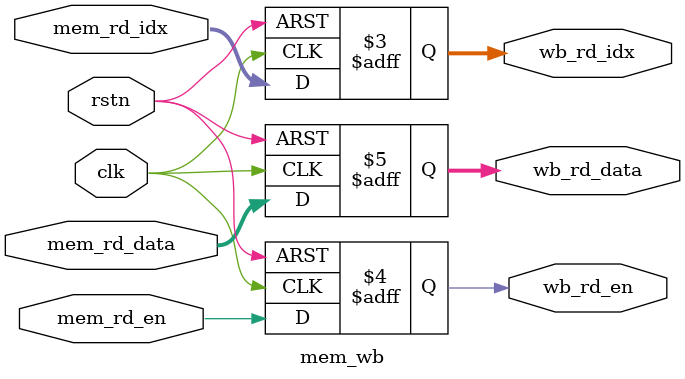
<source format=v>

module mem_wb (
    input                               clk          ,
    input                               rstn         ,
    input    [4:0]                      mem_rd_idx   ,
    input                               mem_rd_en    ,
    input    [31:0]                     mem_rd_data  ,

    output    [4:0]                     wb_rd_idx    ,
    output                              wb_rd_en     ,
    output    [31:0]                    wb_rd_data   

);


    reg    [4:0]                     wb_rd_idx    ;
    reg                              wb_rd_en     ;
    reg    [31:0]                    wb_rd_data   ;



    always @(posedge clk or negedge rstn) begin
        if(~rstn)begin
            wb_rd_idx         <=  1'b0  ; 
            wb_rd_en          <=  1'b0  ; 
            wb_rd_data        <=  1'b0  ;
        end
        else begin
            wb_rd_idx         <=  mem_rd_idx  ; 
            wb_rd_en          <=  mem_rd_en   ; 
            wb_rd_data        <=  mem_rd_data ;
        end
           
         
    end





    
endmodule
</source>
